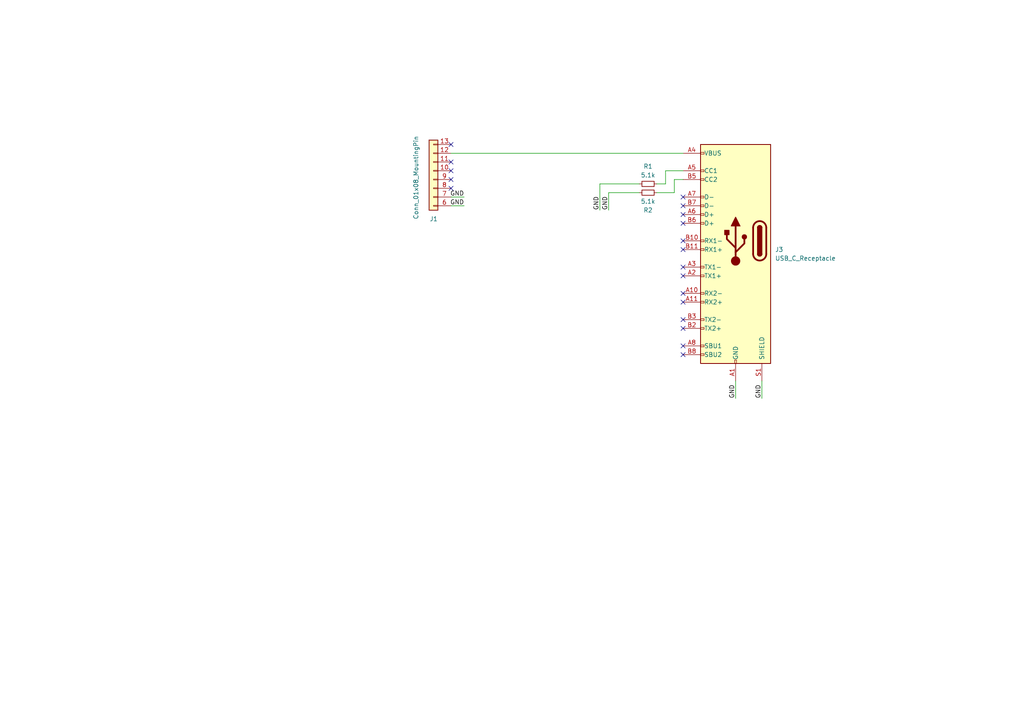
<source format=kicad_sch>
(kicad_sch (version 20230121) (generator eeschema)
  (paper "A4")
  (lib_symbols
    (symbol "Connector:USB_C_Receptacle" (pin_names (offset 1.016))
      (property "Reference" "J" (at -10.16 29.21 0))
      (property "Value" "USB_C_Receptacle" (at 10.16 29.21 0))
      (symbol "USB_C_Receptacle_0_0"
        (rectangle (start -0.254 -35.56) (end 0.254 -34.544))
        (rectangle (start 10.16 -32.766) (end 9.144 -33.274))
        (rectangle (start 10.16 -30.226) (end 9.144 -30.734))
        (rectangle (start 10.16 -25.146) (end 9.144 -25.654))
        (rectangle (start 10.16 -22.606) (end 9.144 -23.114))
        (rectangle (start 10.16 -17.526) (end 9.144 -18.034))
        (rectangle (start 10.16 -14.986) (end 9.144 -15.494))
        (rectangle (start 10.16 -9.906) (end 9.144 -10.414))
        (rectangle (start 10.16 -7.366) (end 9.144 -7.874))
        (rectangle (start 10.16 -2.286) (end 9.144 -2.794))
        (rectangle (start 10.16 0.254) (end 9.144 -0.254))
        (rectangle (start 10.16 5.334) (end 9.144 4.826))
        (rectangle (start 10.16 7.874) (end 9.144 7.366))
        (rectangle (start 10.16 10.414) (end 9.144 9.906))
        (rectangle (start 10.16 12.954) (end 9.144 12.446))
        (rectangle (start 10.16 18.034) (end 9.144 17.526))
        (rectangle (start 10.16 20.574) (end 9.144 20.066))
        (rectangle (start 10.16 25.654) (end 9.144 25.146))
      )
      (symbol "USB_C_Receptacle_0_1"
        (rectangle (start -10.16 27.94) (end 10.16 -35.56) (stroke (width 0.254)) (fill (type background)))
        (arc (start -8.89 -3.81) (mid -6.985 -5.7067) (end -5.08 -3.81) (stroke (width 0.508)))
        (arc (start -7.62 -3.81) (mid -6.985 -4.4423) (end -6.35 -3.81) (stroke (width 0.254)))
        (arc (start -7.62 -3.81) (mid -6.985 -4.4423) (end -6.35 -3.81) (stroke (width 0.254)) (fill (type outline)))
        (rectangle (start -7.62 -3.81) (end -6.35 3.81) (stroke (width 0.254)) (fill (type outline)))
        (arc (start -6.35 3.81) (mid -6.985 4.4423) (end -7.62 3.81) (stroke (width 0.254)))
        (arc (start -6.35 3.81) (mid -6.985 4.4423) (end -7.62 3.81) (stroke (width 0.254)) (fill (type outline)))
        (arc (start -5.08 3.81) (mid -6.985 5.7067) (end -8.89 3.81) (stroke (width 0.508)))
        (polyline (pts (xy -8.89 -3.81) (xy -8.89 3.81)) (stroke (width 0.508)))
        (polyline (pts (xy -5.08 3.81) (xy -5.08 -3.81)) (stroke (width 0.508)))
      )
      (symbol "USB_C_Receptacle_1_1"
        (circle (center -2.54 1.143) (radius 0.635) (stroke (width 0.254)) (fill (type outline)))
        (circle (center 0 -5.842) (radius 1.27) (fill (type outline)))
        (polyline (pts (xy 0 -5.842) (xy 0 4.318)) (stroke (width 0.508)))
        (polyline (pts (xy 0 -3.302) (xy -2.54 -0.762) (xy -2.54 0.508)) (stroke (width 0.508)))
        (polyline (pts (xy 0 -2.032) (xy 2.54 0.508) (xy 2.54 1.778)) (stroke (width 0.508)))
        (polyline (pts (xy -1.27 4.318) (xy 0 6.858) (xy 1.27 4.318) (xy -1.27 4.318)) (stroke (width 0.254)) (fill (type outline)))
        (rectangle (start 1.905 1.778) (end 3.175 3.048) (stroke (width 0.254)) (fill (type outline)))
        (pin passive line (at 0 -40.64 90) (length 5.08) (name "GND") (number "A1"))
        (pin bidirectional line (at 15.24 -15.24 180) (length 5.08) (name "RX2-") (number "A10"))
        (pin bidirectional line (at 15.24 -17.78 180) (length 5.08) (name "RX2+") (number "A11"))
        (pin passive line (at 0 -40.64 90) (length 5.08) hide (name "GND") (number "A12"))
        (pin bidirectional line (at 15.24 -10.16 180) (length 5.08) (name "TX1+") (number "A2"))
        (pin bidirectional line (at 15.24 -7.62 180) (length 5.08) (name "TX1-") (number "A3"))
        (pin passive line (at 15.24 25.4 180) (length 5.08) (name "VBUS") (number "A4"))
        (pin bidirectional line (at 15.24 20.32 180) (length 5.08) (name "CC1") (number "A5"))
        (pin bidirectional line (at 15.24 7.62 180) (length 5.08) (name "D+") (number "A6"))
        (pin bidirectional line (at 15.24 12.7 180) (length 5.08) (name "D-") (number "A7"))
        (pin bidirectional line (at 15.24 -30.48 180) (length 5.08) (name "SBU1") (number "A8"))
        (pin passive line (at 15.24 25.4 180) (length 5.08) hide (name "VBUS") (number "A9"))
        (pin passive line (at 0 -40.64 90) (length 5.08) hide (name "GND") (number "B1"))
        (pin bidirectional line (at 15.24 0 180) (length 5.08) (name "RX1-") (number "B10"))
        (pin bidirectional line (at 15.24 -2.54 180) (length 5.08) (name "RX1+") (number "B11"))
        (pin passive line (at 0 -40.64 90) (length 5.08) hide (name "GND") (number "B12"))
        (pin bidirectional line (at 15.24 -25.4 180) (length 5.08) (name "TX2+") (number "B2"))
        (pin bidirectional line (at 15.24 -22.86 180) (length 5.08) (name "TX2-") (number "B3"))
        (pin passive line (at 15.24 25.4 180) (length 5.08) hide (name "VBUS") (number "B4"))
        (pin bidirectional line (at 15.24 17.78 180) (length 5.08) (name "CC2") (number "B5"))
        (pin bidirectional line (at 15.24 5.08 180) (length 5.08) (name "D+") (number "B6"))
        (pin bidirectional line (at 15.24 10.16 180) (length 5.08) (name "D-") (number "B7"))
        (pin bidirectional line (at 15.24 -33.02 180) (length 5.08) (name "SBU2") (number "B8"))
        (pin passive line (at 15.24 25.4 180) (length 5.08) hide (name "VBUS") (number "B9"))
        (pin passive line (at -7.62 -40.64 90) (length 5.08) (name "SHIELD") (number "S1"))
      )
    )
    (symbol "Connector_Generic_MountingPin:Conn_01x08_MountingPin" (pin_names (offset 1.016) hide)
      (property "Reference" "J?" (at 1.27 12.7 0))
      (property "Value" "Conn_01x08_MountingPin" (at -3.81 13.97 90))
      (symbol "Conn_01x08_MountingPin_1_1"
        (rectangle (start -1.27 -10.033) (end 0 -10.287) (stroke (width 0.1524)))
        (rectangle (start -1.27 -7.493) (end 0 -7.747) (stroke (width 0.1524)))
        (rectangle (start -1.27 -4.953) (end 0 -5.207) (stroke (width 0.1524)))
        (rectangle (start -1.27 -2.413) (end 0 -2.667) (stroke (width 0.1524)))
        (rectangle (start -1.27 0.127) (end 0 -0.127) (stroke (width 0.1524)))
        (rectangle (start -1.27 2.667) (end 0 2.413) (stroke (width 0.1524)))
        (rectangle (start -1.27 5.207) (end 0 4.953) (stroke (width 0.1524)))
        (rectangle (start -1.27 7.747) (end 0 7.493) (stroke (width 0.1524)))
        (rectangle (start -1.27 8.89) (end 1.27 -11.43) (stroke (width 0.254)) (fill (type background)))
        (pin passive line (at -5.08 -2.54 0) (length 3.81) (name "Pin_5") (number "10"))
        (pin passive line (at -5.08 -5.08 0) (length 3.81) (name "Pin_6") (number "11"))
        (pin passive line (at -5.08 -7.62 0) (length 3.81) (name "Pin_7") (number "12"))
        (pin passive line (at -5.08 -10.16 0) (length 3.81) (name "Pin_8") (number "13"))
        (pin passive line (at -5.08 7.62 0) (length 3.81) (name "Pin_1") (number "6"))
        (pin passive line (at -5.08 5.08 0) (length 3.81) (name "Pin_2") (number "7"))
        (pin passive line (at -5.08 2.54 0) (length 3.81) (name "Pin_3") (number "8"))
        (pin passive line (at -5.08 0 0) (length 3.81) (name "Pin_4") (number "9"))
      )
    )
    (symbol "Device:R_Small" (pin_numbers hide) (pin_names (offset 0.254) hide)
      (property "Reference" "R" (at 0.762 0.508 0))
      (property "Value" "R_Small" (at 0.762 -1.016 0))
      (symbol "R_Small_0_1"
        (rectangle (start -0.762 1.778) (end 0.762 -1.778) (stroke (width 0.2032)))
      )
      (symbol "R_Small_1_1"
        (pin passive line (at 0 2.54 270) (length 0.762) (name "~") (number "1"))
        (pin passive line (at 0 -2.54 90) (length 0.762) (name "~") (number "2"))
      )
    )
  )
  (no_connect (at 130.81 52.07))
  (no_connect (at 130.81 49.53))
  (no_connect (at 130.81 54.61))
  (no_connect (at 130.81 41.91))
  (no_connect (at 130.81 46.99))
  (no_connect (at 198.12 57.15))
  (no_connect (at 198.12 80.01))
  (no_connect (at 198.12 85.09))
  (no_connect (at 198.12 92.71))
  (no_connect (at 198.12 87.63))
  (no_connect (at 198.12 59.69))
  (no_connect (at 198.12 62.23))
  (no_connect (at 198.12 64.77))
  (no_connect (at 198.12 69.85))
  (no_connect (at 198.12 72.39))
  (no_connect (at 198.12 77.47))
  (no_connect (at 198.12 102.87))
  (no_connect (at 198.12 100.33))
  (no_connect (at 198.12 95.25))
  (wire (pts (xy 220.98 110.49) (xy 220.98 115.57)))
  (wire (pts (xy 173.99 53.34) (xy 173.99 60.96)))
  (wire (pts (xy 213.36 110.49) (xy 213.36 115.57)))
  (wire (pts (xy 130.81 57.15) (xy 134.62 57.15)))
  (wire (pts (xy 195.58 52.07) (xy 198.12 52.07)))
  (wire (pts (xy 190.5 53.34) (xy 193.04 53.34)))
  (wire (pts (xy 130.81 59.69) (xy 134.62 59.69)))
  (wire (pts (xy 190.5 55.88) (xy 195.58 55.88)))
  (wire (pts (xy 193.04 53.34) (xy 193.04 49.53)))
  (wire (pts (xy 176.53 55.88) (xy 176.53 60.96)))
  (wire (pts (xy 185.42 55.88) (xy 176.53 55.88)))
  (wire (pts (xy 195.58 55.88) (xy 195.58 52.07)))
  (wire (pts (xy 185.42 53.34) (xy 173.99 53.34)))
  (wire (pts (xy 130.81 44.45) (xy 198.12 44.45)))
  (wire (pts (xy 193.04 49.53) (xy 198.12 49.53)))
  (label "GND" (at 173.99 60.96 90))
  (label "GND" (at 134.62 57.15 180))
  (label "GND" (at 134.62 59.69 180))
  (label "GND" (at 220.98 115.57 90))
  (label "GND" (at 176.53 60.96 90))
  (label "GND" (at 213.36 115.57 90))
  (symbol (lib_id "Connector_Generic_MountingPin:Conn_01x08_MountingPin") (at 125.73 52.07 180) (unit 1)
    (property "Reference" "J1" (at 127 63.5 0) (effects (justify left)))
    (property "Value" "Conn_01x08_MountingPin" (at 120.65 39.37 90) (effects (justify left)))
    (property "Footprint" "ds4-ext-charger:PS4 EXT" (effects hide))
  )
  (symbol (lib_id "Device:R_Small") (at 187.96 55.88 90) (unit 1)
    (property "Reference" "R2" (at 187.96 60.96 90))
    (property "Value" "5.1k" (at 187.96 58.42 90))
    (property "Footprint" "Resistor_SMD:R_0603_1608Metric" (effects hide))
  )
  (symbol (lib_id "Connector:USB_C_Receptacle") (at 213.36 69.85 0) (mirror y) (unit 1)
    (property "Reference" "J3" (at 224.79 72.3899 0) (effects (justify right)))
    (property "Value" "USB_C_Receptacle" (at 224.79 74.9299 0) (effects (justify right)))
    (property "Footprint" "Connector_USB:USB_C_Receptacle_HRO_TYPE-C-31-M-12" (effects hide))
    (property "Datasheet" "https://www.usb.org/sites/default/files/documents/usb_type-c.zip" (effects hide))
  )
  (symbol (lib_id "Device:R_Small") (at 187.96 53.34 90) (unit 1)
    (property "Reference" "R1" (at 187.96 48.26 90))
    (property "Value" "5.1k" (at 187.96 50.8 90))
    (property "Footprint" "Resistor_SMD:R_0603_1608Metric" (effects hide))
  )
)
</source>
